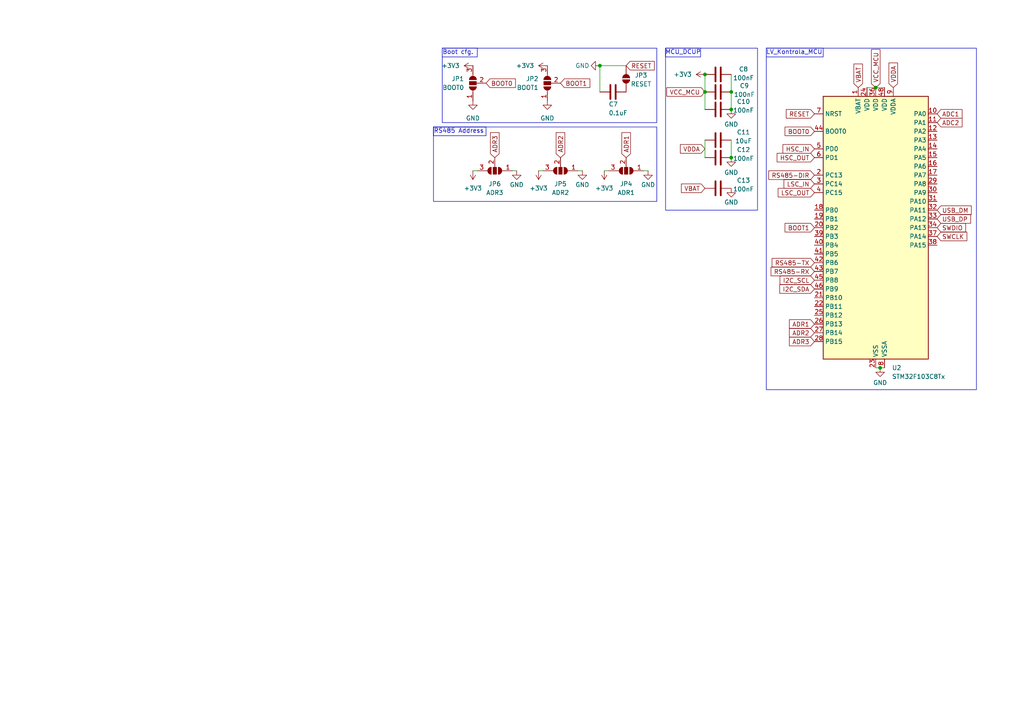
<source format=kicad_sch>
(kicad_sch (version 20250114) (generator "eeschema") (generator_version "9.0")
  (paper "A4")
  (title_block (title "LV_Regulator_Main") (rev "1.00A") (company "\"Black Horntets\" Formula Student team") (comment 1 "Authors: Dusan Novkovic; Nikola Popovic") (comment 2 "Subteam: Low Voltage Team"))
  (lib_symbols
    (symbol "Device:C" (pin_numbers (hide yes)) (pin_names (offset 0.254))
      (property "Reference" "C" (at 0.635 2.54 0))
      (property "Value" "C" (at 0.635 -2.54 0))
      (symbol "C_0_1"
        (polyline (pts (xy -2.032 0.762) (xy 2.032 0.762)) (stroke (width 0.508)))
        (polyline (pts (xy -2.032 -0.762) (xy 2.032 -0.762)) (stroke (width 0.508)))
      )
      (symbol "C_1_1"
        (pin passive line (at 0 3.81 270) (length 2.794) (name "~") (number "1"))
        (pin passive line (at 0 -3.81 90) (length 2.794) (name "~") (number "2"))
      )
    )
    (symbol "Jumper:SolderJumper_2_Open" (pin_numbers (hide yes)) (pin_names (offset 0) (hide yes)) (in_bom no)
      (property "Reference" "JP" (at 0 2.032 0))
      (property "Value" "SolderJumper_2_Open" (at 0 -2.54 0))
      (symbol "SolderJumper_2_Open_0_1"
        (polyline (pts (xy -0.254 1.016) (xy -0.254 -1.016)))
        (arc (start -0.254 -1.016) (mid -1.2656 0) (end -0.254 1.016))
        (arc (start -0.254 -1.016) (mid -1.2656 0) (end -0.254 1.016) (fill (type outline)))
        (arc (start 0.254 1.016) (mid 1.2656 0) (end 0.254 -1.016))
        (arc (start 0.254 1.016) (mid 1.2656 0) (end 0.254 -1.016) (fill (type outline)))
        (polyline (pts (xy 0.254 1.016) (xy 0.254 -1.016)))
      )
      (symbol "SolderJumper_2_Open_1_1"
        (pin passive line (at -3.81 0 0) (length 2.54) (name "A") (number "1"))
        (pin passive line (at 3.81 0 180) (length 2.54) (name "B") (number "2"))
      )
    )
    (symbol "Jumper:SolderJumper_3_Open" (pin_names (offset 0) (hide yes)) (in_bom no)
      (property "Reference" "JP" (at -2.54 -2.54 0))
      (property "Value" "SolderJumper_3_Open" (at 0 2.794 0))
      (symbol "SolderJumper_3_Open_0_1"
        (polyline (pts (xy -2.54 0) (xy -2.032 0)))
        (polyline (pts (xy -1.016 1.016) (xy -1.016 -1.016)))
        (arc (start -1.016 -1.016) (mid -2.0276 0) (end -1.016 1.016))
        (arc (start -1.016 -1.016) (mid -2.0276 0) (end -1.016 1.016) (fill (type outline)))
        (rectangle (start -0.508 1.016) (end 0.508 -1.016) (fill (type outline)))
        (polyline (pts (xy 0 -1.27) (xy 0 -1.016)))
        (arc (start 1.016 1.016) (mid 2.0276 0) (end 1.016 -1.016))
        (arc (start 1.016 1.016) (mid 2.0276 0) (end 1.016 -1.016) (fill (type outline)))
        (polyline (pts (xy 1.016 1.016) (xy 1.016 -1.016)))
        (polyline (pts (xy 2.54 0) (xy 2.032 0)))
      )
      (symbol "SolderJumper_3_Open_1_1"
        (pin passive line (at -5.08 0 0) (length 2.54) (name "A") (number "1"))
        (pin passive line (at 0 -3.81 90) (length 2.54) (name "C") (number "2"))
        (pin passive line (at 5.08 0 180) (length 2.54) (name "B") (number "3"))
      )
    )
    (symbol "MCU_ST_STM32F1:STM32F103C8Tx"
      (property "Reference" "U" (at -15.24 39.37 0))
      (property "Value" "STM32F103C8Tx" (at 7.62 39.37 0))
      (symbol "STM32F103C8Tx_0_1"
        (rectangle (start -15.24 -38.1) (end 15.24 38.1) (stroke (width 0.254)) (fill (type background)))
      )
      (symbol "STM32F103C8Tx_1_1"
        (pin input line (at -17.78 33.02 0) (length 2.54) (name "NRST") (number "7"))
        (pin input line (at -17.78 27.94 0) (length 2.54) (name "BOOT0") (number "44"))
        (pin bidirectional line (at -17.78 22.86 0) (length 2.54) (name "PD0") (number "5"))
        (pin bidirectional line (at -17.78 20.32 0) (length 2.54) (name "PD1") (number "6"))
        (pin bidirectional line (at -17.78 15.24 0) (length 2.54) (name "PC13") (number "2"))
        (pin bidirectional line (at -17.78 12.7 0) (length 2.54) (name "PC14") (number "3"))
        (pin bidirectional line (at -17.78 10.16 0) (length 2.54) (name "PC15") (number "4"))
        (pin bidirectional line (at -17.78 5.08 0) (length 2.54) (name "PB0") (number "18"))
        (pin bidirectional line (at -17.78 2.54 0) (length 2.54) (name "PB1") (number "19"))
        (pin bidirectional line (at -17.78 0 0) (length 2.54) (name "PB2") (number "20"))
        (pin bidirectional line (at -17.78 -2.54 0) (length 2.54) (name "PB3") (number "39"))
        (pin bidirectional line (at -17.78 -5.08 0) (length 2.54) (name "PB4") (number "40"))
        (pin bidirectional line (at -17.78 -7.62 0) (length 2.54) (name "PB5") (number "41"))
        (pin bidirectional line (at -17.78 -10.16 0) (length 2.54) (name "PB6") (number "42"))
        (pin bidirectional line (at -17.78 -12.7 0) (length 2.54) (name "PB7") (number "43"))
        (pin bidirectional line (at -17.78 -15.24 0) (length 2.54) (name "PB8") (number "45"))
        (pin bidirectional line (at -17.78 -17.78 0) (length 2.54) (name "PB9") (number "46"))
        (pin bidirectional line (at -17.78 -20.32 0) (length 2.54) (name "PB10") (number "21"))
        (pin bidirectional line (at -17.78 -22.86 0) (length 2.54) (name "PB11") (number "22"))
        (pin bidirectional line (at -17.78 -25.4 0) (length 2.54) (name "PB12") (number "25"))
        (pin bidirectional line (at -17.78 -27.94 0) (length 2.54) (name "PB13") (number "26"))
        (pin bidirectional line (at -17.78 -30.48 0) (length 2.54) (name "PB14") (number "27"))
        (pin bidirectional line (at -17.78 -33.02 0) (length 2.54) (name "PB15") (number "28"))
        (pin power_in line (at -5.08 40.64 270) (length 2.54) (name "VBAT") (number "1"))
        (pin power_in line (at -2.54 40.64 270) (length 2.54) (name "VDD") (number "24"))
        (pin power_in line (at 0 40.64 270) (length 2.54) (name "VDD") (number "36"))
        (pin power_in line (at 0 -40.64 90) (length 2.54) (name "VSS") (number "23"))
        (pin passive line (at 0 -40.64 90) (length 2.54) (hide yes) (name "VSS") (number "35"))
        (pin passive line (at 0 -40.64 90) (length 2.54) (hide yes) (name "VSS") (number "47"))
        (pin power_in line (at 2.54 40.64 270) (length 2.54) (name "VDD") (number "48"))
        (pin power_in line (at 2.54 -40.64 90) (length 2.54) (name "VSSA") (number "8"))
        (pin power_in line (at 5.08 40.64 270) (length 2.54) (name "VDDA") (number "9"))
        (pin bidirectional line (at 17.78 33.02 180) (length 2.54) (name "PA0") (number "10"))
        (pin bidirectional line (at 17.78 30.48 180) (length 2.54) (name "PA1") (number "11"))
        (pin bidirectional line (at 17.78 27.94 180) (length 2.54) (name "PA2") (number "12"))
        (pin bidirectional line (at 17.78 25.4 180) (length 2.54) (name "PA3") (number "13"))
        (pin bidirectional line (at 17.78 22.86 180) (length 2.54) (name "PA4") (number "14"))
        (pin bidirectional line (at 17.78 20.32 180) (length 2.54) (name "PA5") (number "15"))
        (pin bidirectional line (at 17.78 17.78 180) (length 2.54) (name "PA6") (number "16"))
        (pin bidirectional line (at 17.78 15.24 180) (length 2.54) (name "PA7") (number "17"))
        (pin bidirectional line (at 17.78 12.7 180) (length 2.54) (name "PA8") (number "29"))
        (pin bidirectional line (at 17.78 10.16 180) (length 2.54) (name "PA9") (number "30"))
        (pin bidirectional line (at 17.78 7.62 180) (length 2.54) (name "PA10") (number "31"))
        (pin bidirectional line (at 17.78 5.08 180) (length 2.54) (name "PA11") (number "32"))
        (pin bidirectional line (at 17.78 2.54 180) (length 2.54) (name "PA12") (number "33"))
        (pin bidirectional line (at 17.78 0 180) (length 2.54) (name "PA13") (number "34"))
        (pin bidirectional line (at 17.78 -2.54 180) (length 2.54) (name "PA14") (number "37"))
        (pin bidirectional line (at 17.78 -5.08 180) (length 2.54) (name "PA15") (number "38"))
      )
    )
    (symbol "power:+3V3" (power) (pin_numbers (hide yes)) (pin_names (offset 0) (hide yes))
      (property "Value" "+3V3" (at 0 3.556 0))
      (symbol "+3V3_0_1"
        (polyline (pts (xy -0.762 1.27) (xy 0 2.54)))
        (polyline (pts (xy 0 2.54) (xy 0.762 1.27)))
        (polyline (pts (xy 0 0) (xy 0 2.54)))
      )
      (symbol "+3V3_1_1"
        (pin power_in line (at 0 0 90) (length 0) (name "~") (number "1"))
      )
    )
    (symbol "power:GND" (power) (pin_numbers (hide yes)) (pin_names (offset 0) (hide yes))
      (property "Value" "GND" (at 0 -3.81 0))
      (symbol "GND_0_1"
        (polyline (pts (xy 0 0) (xy 0 -1.27) (xy 1.27 -1.27) (xy 0 -2.54) (xy -1.27 -1.27) (xy 0 -1.27)))
      )
      (symbol "GND_1_1"
        (pin power_in line (at 0 0 270) (length 0) (name "~") (number "1"))
      )
    )
  )
  (rectangle (start 125.73 36.83) (end 140.97 39.37))
  (rectangle (start 222.25 13.97) (end 283.21 113.03))
  (rectangle (start 222.25 13.97) (end 238.76 16.51))
  (rectangle (start 125.73 36.83) (end 190.5 58.42))
  (rectangle (start 128.27 13.97) (end 138.43 16.51))
  (rectangle (start 193.04 13.97) (end 203.2 16.51))
  (rectangle (start 193.04 13.97) (end 219.71 60.96))
  (rectangle (start 128.27 13.97) (end 190.5 35.56))
  (text "RS485 Address" (at 133.096 38.1 0) (effects (font (size 1.27 1.27))))
  (text "MCU_DCUP" (at 198.12 15.24 0) (effects (font (size 1.27 1.27))))
  (text "LV_Kontrola_MCU" (at 230.378 15.24 0) (effects (font (size 1.27 1.27))))
  (text "Boot cfg." (at 132.842 15.24 0) (effects (font (size 1.27 1.27))))
  (junction (at 212.09 31.75))
  (junction (at 173.99 19.05))
  (junction (at 204.47 21.59))
  (junction (at 212.09 45.72))
  (junction (at 254 25.4))
  (junction (at 255.27 106.68))
  (junction (at 212.09 26.67))
  (junction (at 204.47 26.67))
  (wire (pts (xy 156.21 49.53) (xy 157.48 49.53)))
  (wire (pts (xy 173.99 19.05) (xy 173.99 26.67)))
  (wire (pts (xy 137.16 49.53) (xy 138.43 49.53)))
  (wire (pts (xy 255.27 106.68) (xy 256.54 106.68)))
  (wire (pts (xy 187.96 49.53) (xy 186.69 49.53)))
  (wire (pts (xy 204.47 26.67) (xy 204.47 31.75)))
  (wire (pts (xy 204.47 21.59) (xy 204.47 26.67)))
  (wire (pts (xy 149.86 49.53) (xy 148.59 49.53)))
  (wire (pts (xy 175.26 49.53) (xy 176.53 49.53)))
  (wire (pts (xy 168.91 49.53) (xy 167.64 49.53)))
  (wire (pts (xy 204.47 40.64) (xy 204.47 45.72)))
  (wire (pts (xy 212.09 21.59) (xy 212.09 26.67)))
  (wire (pts (xy 173.99 19.05) (xy 181.61 19.05)))
  (wire (pts (xy 251.46 25.4) (xy 254 25.4)))
  (wire (pts (xy 254 25.4) (xy 256.54 25.4)))
  (wire (pts (xy 212.09 26.67) (xy 212.09 31.75)))
  (wire (pts (xy 212.09 40.64) (xy 212.09 45.72)))
  (wire (pts (xy 254 106.68) (xy 255.27 106.68)))
  (global_label "BOOT1" (shape input) (at 236.22 66.04 180) (property "Intersheetrefs" "${INTERSHEET_REFS}" (effects (hide yes))))
  (global_label "VDDA" (shape input) (at 204.47 43.18 180) (property "Intersheetrefs" "${INTERSHEET_REFS}" (effects (hide yes))))
  (global_label "RS485-DIR" (shape input) (at 236.22 50.8 180) (property "Intersheetrefs" "${INTERSHEET_REFS}" (effects (hide yes))))
  (global_label "ADR1" (shape input) (at 181.61 45.72 90) (property "Intersheetrefs" "${INTERSHEET_REFS}" (effects (hide yes))))
  (global_label "ADR2" (shape input) (at 236.22 96.52 180) (property "Intersheetrefs" "${INTERSHEET_REFS}" (effects (hide yes))))
  (global_label "USB_DP" (shape input) (at 271.78 63.5 0) (property "Intersheetrefs" "${INTERSHEET_REFS}" (effects (hide yes))))
  (global_label "VDDA" (shape input) (at 259.08 25.4 90) (property "Intersheetrefs" "${INTERSHEET_REFS}" (effects (hide yes))))
  (global_label "HSC_OUT" (shape input) (at 236.22 45.72 180) (property "Intersheetrefs" "${INTERSHEET_REFS}" (effects (hide yes))))
  (global_label "I2C_SDA" (shape input) (at 236.22 83.82 180) (property "Intersheetrefs" "${INTERSHEET_REFS}" (effects (hide yes))))
  (global_label "BOOT0" (shape input) (at 140.97 24.13 0) (property "Intersheetrefs" "${INTERSHEET_REFS}" (effects (hide yes))))
  (global_label "BOOT0" (shape input) (at 236.22 38.1 180) (property "Intersheetrefs" "${INTERSHEET_REFS}" (effects (hide yes))))
  (global_label "VBAT" (shape input) (at 248.92 25.4 90) (property "Intersheetrefs" "${INTERSHEET_REFS}" (effects (hide yes))))
  (global_label "VCC_MCU" (shape input) (at 204.47 26.67 180) (property "Intersheetrefs" "${INTERSHEET_REFS}" (effects (hide yes))))
  (global_label "USB_DM" (shape input) (at 271.78 60.96 0) (property "Intersheetrefs" "${INTERSHEET_REFS}" (effects (hide yes))))
  (global_label "ADR3" (shape input) (at 143.51 45.72 90) (property "Intersheetrefs" "${INTERSHEET_REFS}" (effects (hide yes))))
  (global_label "LSC_OUT" (shape input) (at 236.22 55.88 180) (property "Intersheetrefs" "${INTERSHEET_REFS}" (effects (hide yes))))
  (global_label "SWDIO" (shape input) (at 271.78 66.04 0) (property "Intersheetrefs" "${INTERSHEET_REFS}" (effects (hide yes))))
  (global_label "ADC1" (shape input) (at 271.78 33.02 0) (property "Intersheetrefs" "${INTERSHEET_REFS}" (effects (hide yes))))
  (global_label "HSC_IN" (shape input) (at 236.22 43.18 180) (property "Intersheetrefs" "${INTERSHEET_REFS}" (effects (hide yes))))
  (global_label "I2C_SCL" (shape input) (at 236.22 81.28 180) (property "Intersheetrefs" "${INTERSHEET_REFS}" (effects (hide yes))))
  (global_label "RESET" (shape input) (at 181.61 19.05 0) (property "Intersheetrefs" "${INTERSHEET_REFS}" (effects (hide yes))))
  (global_label "ADR3" (shape input) (at 236.22 99.06 180) (property "Intersheetrefs" "${INTERSHEET_REFS}" (effects (hide yes))))
  (global_label "VCC_MCU" (shape input) (at 254 25.4 90) (property "Intersheetrefs" "${INTERSHEET_REFS}" (effects (hide yes))))
  (global_label "SWCLK" (shape input) (at 271.78 68.58 0) (property "Intersheetrefs" "${INTERSHEET_REFS}" (effects (hide yes))))
  (global_label "ADC2" (shape input) (at 271.78 35.56 0) (property "Intersheetrefs" "${INTERSHEET_REFS}" (effects (hide yes))))
  (global_label "RESET" (shape input) (at 236.22 33.02 180) (property "Intersheetrefs" "${INTERSHEET_REFS}" (effects (hide yes))))
  (global_label "BOOT1" (shape input) (at 162.56 24.13 0) (property "Intersheetrefs" "${INTERSHEET_REFS}" (effects (hide yes))))
  (global_label "LSC_IN" (shape input) (at 236.22 53.34 180) (property "Intersheetrefs" "${INTERSHEET_REFS}" (effects (hide yes))))
  (global_label "VBAT" (shape input) (at 204.47 54.61 180) (property "Intersheetrefs" "${INTERSHEET_REFS}" (effects (hide yes))))
  (global_label "ADR2" (shape input) (at 162.56 45.72 90) (property "Intersheetrefs" "${INTERSHEET_REFS}" (effects (hide yes))))
  (global_label "ADR1" (shape input) (at 236.22 93.98 180) (property "Intersheetrefs" "${INTERSHEET_REFS}" (effects (hide yes))))
  (global_label "RS485-RX" (shape input) (at 236.22 78.74 180) (property "Intersheetrefs" "${INTERSHEET_REFS}" (effects (hide yes))))
  (global_label "RS485-TX" (shape input) (at 236.22 76.2 180) (property "Intersheetrefs" "${INTERSHEET_REFS}" (effects (hide yes))))
  (symbol (lib_id "Jumper:SolderJumper_3_Open") (at 158.75 24.13 90) (unit 1) (in_bom no)
    (property "Reference" "JP2" (at 156.21 22.8599 90) (effects (justify left)))
    (property "Value" "BOOT1" (at 156.21 25.3999 90) (effects (justify left)))
    (property "Description" "Solder Jumper, 3-pole, open" (effects (hide yes)))
    (instances (project "LV_Regulator" (path "" (reference "JP2") (unit 1)) (path "" (reference "JP9") (unit 1))))
  )
  (symbol (lib_id "Jumper:SolderJumper_3_Open") (at 137.16 24.13 90) (unit 1) (in_bom no)
    (property "Reference" "JP1" (at 134.62 22.8599 90) (effects (justify left)))
    (property "Value" "BOOT0" (at 134.62 25.3999 90) (effects (justify left)))
    (property "Description" "Solder Jumper, 3-pole, open" (effects (hide yes)))
    (instances (project "LV_Regulator" (path "" (reference "JP1") (unit 1)) (path "" (reference "JP7") (unit 1))))
  )
  (symbol (lib_id "power:+3V3") (at 158.75 19.05 90) (unit 1)
    (property "Reference" "#PWR021" (effects (hide yes)))
    (property "Value" "+3V3" (at 154.94 19.0499 90) (effects (justify left)))
    (property "Description" "Power symbol creates a global label with name \"+3V3\"" (effects (hide yes)))
    (instances (project "LV_Regulator" (path "" (reference "#PWR021") (unit 1)) (path "" (reference "#PWR064") (unit 1))))
  )
  (symbol (lib_id "power:GND") (at 173.99 19.05 270) (unit 1)
    (property "Reference" "#PWR019" (effects (hide yes)))
    (property "Value" "GND" (at 168.91 19.05 90))
    (property "Description" "Power symbol creates a global label with name \"GND\" , ground" (effects (hide yes)))
    (instances (project "LV_Regulator" (path "" (reference "#PWR019") (unit 1)) (path "" (reference "#PWR067") (unit 1))))
  )
  (symbol (lib_id "Device:C") (at 208.28 31.75 90) (unit 1)
    (property "Reference" "C10" (at 215.646 29.464 90))
    (property "Value" "100nF" (at 215.646 32.004 90))
    (property "Description" "Unpolarized capacitor" (effects (hide yes)))
    (instances (project "LV_Regulator" (path "" (reference "C10") (unit 1)) (path "" (reference "C23") (unit 1))))
  )
  (symbol (lib_id "Jumper:SolderJumper_3_Open") (at 181.61 49.53 180) (unit 1) (in_bom no)
    (property "Reference" "JP4" (at 181.61 53.34 0))
    (property "Value" "ADR1" (at 181.61 55.88 0))
    (property "Description" "Solder Jumper, 3-pole, open" (effects (hide yes)))
    (instances (project "LV_Regulator" (path "" (reference "JP4") (unit 1)) (path "" (reference "JP12") (unit 1))))
  )
  (symbol (lib_id "Device:C") (at 208.28 40.64 90) (unit 1)
    (property "Reference" "C11" (at 215.646 38.354 90))
    (property "Value" "10uF" (at 215.646 40.894 90))
    (property "Description" "Unpolarized capacitor" (effects (hide yes)))
    (instances (project "LV_Regulator" (path "" (reference "C11") (unit 1)) (path "" (reference "C24") (unit 1))))
  )
  (symbol (lib_id "Device:C") (at 208.28 21.59 90) (unit 1)
    (property "Reference" "C8" (at 215.646 20.066 90))
    (property "Value" "100nF" (at 215.646 22.606 90))
    (property "Description" "Unpolarized capacitor" (effects (hide yes)))
    (instances (project "LV_Regulator" (path "" (reference "C8") (unit 1)) (path "" (reference "C21") (unit 1))))
  )
  (symbol (lib_id "Device:C") (at 208.28 26.67 90) (unit 1)
    (property "Reference" "C9" (at 215.9 24.892 90))
    (property "Value" "100nF" (at 215.9 27.432 90))
    (property "Description" "Unpolarized capacitor" (effects (hide yes)))
    (instances (project "LV_Regulator" (path "" (reference "C9") (unit 1)) (path "" (reference "C22") (unit 1))))
  )
  (symbol (lib_id "power:GND") (at 168.91 49.53 0) (unit 1)
    (property "Reference" "#PWR046" (effects (hide yes)))
    (property "Value" "GND" (at 168.91 53.594 0))
    (property "Description" "Power symbol creates a global label with name \"GND\" , ground" (effects (hide yes)))
    (instances (project "LV_Regulator" (path "" (reference "#PWR046") (unit 1)) (path "" (reference "#PWR066") (unit 1))))
  )
  (symbol (lib_id "power:GND") (at 212.09 45.72 0) (unit 1)
    (property "Reference" "#PWR025" (effects (hide yes)))
    (property "Value" "GND" (at 212.09 50.038 0))
    (property "Description" "Power symbol creates a global label with name \"GND\" , ground" (effects (hide yes)))
    (instances (project "LV_Regulator" (path "" (reference "#PWR025") (unit 1)) (path "" (reference "#PWR072") (unit 1))))
  )
  (symbol (lib_id "Device:C") (at 208.28 45.72 90) (unit 1)
    (property "Reference" "C12" (at 215.646 43.434 90))
    (property "Value" "100nF" (at 215.646 45.974 90))
    (property "Description" "Unpolarized capacitor" (effects (hide yes)))
    (instances (project "LV_Regulator" (path "" (reference "C12") (unit 1)) (path "" (reference "C25") (unit 1))))
  )
  (symbol (lib_id "power:GND") (at 137.16 29.21 0) (unit 1)
    (property "Reference" "#PWR023" (effects (hide yes)))
    (property "Value" "GND" (at 137.16 34.29 0))
    (property "Description" "Power symbol creates a global label with name \"GND\" , ground" (effects (hide yes)))
    (instances (project "LV_Regulator" (path "" (reference "#PWR023") (unit 1)) (path "" (reference "#PWR060") (unit 1))))
  )
  (symbol (lib_id "power:GND") (at 187.96 49.53 0) (unit 1)
    (property "Reference" "#PWR045" (effects (hide yes)))
    (property "Value" "GND" (at 187.96 53.594 0))
    (property "Description" "Power symbol creates a global label with name \"GND\" , ground" (effects (hide yes)))
    (instances (project "LV_Regulator" (path "" (reference "#PWR045") (unit 1)) (path "" (reference "#PWR069") (unit 1))))
  )
  (symbol (lib_id "power:+3V3") (at 137.16 19.05 90) (unit 1)
    (property "Reference" "#PWR020" (effects (hide yes)))
    (property "Value" "+3V3" (at 133.35 19.0499 90) (effects (justify left)))
    (property "Description" "Power symbol creates a global label with name \"+3V3\"" (effects (hide yes)))
    (instances (project "LV_Regulator" (path "" (reference "#PWR020") (unit 1)) (path "" (reference "#PWR059") (unit 1))))
  )
  (symbol (lib_id "Jumper:SolderJumper_2_Open") (at 181.61 22.86 270) (unit 1) (in_bom no)
    (property "Reference" "JP3" (at 185.928 21.844 90))
    (property "Value" "RESET" (at 185.928 24.384 90))
    (property "Description" "Solder Jumper, 2-pole, open" (effects (hide yes)))
    (instances (project "LV_Regulator" (path "" (reference "JP3") (unit 1)) (path "" (reference "JP11") (unit 1))))
  )
  (symbol (lib_id "power:GND") (at 149.86 49.53 0) (unit 1)
    (property "Reference" "#PWR047" (effects (hide yes)))
    (property "Value" "GND" (at 149.86 53.594 0))
    (property "Description" "Power symbol creates a global label with name \"GND\" , ground" (effects (hide yes)))
    (instances (project "LV_Regulator" (path "" (reference "#PWR047") (unit 1)) (path "" (reference "#PWR062") (unit 1))))
  )
  (symbol (lib_id "power:GND") (at 255.27 106.68 0) (unit 1)
    (property "Reference" "#PWR024" (effects (hide yes)))
    (property "Value" "GND" (at 255.27 110.998 0))
    (property "Description" "Power symbol creates a global label with name \"GND\" , ground" (effects (hide yes)))
    (instances (project "LV_Regulator" (path "" (reference "#PWR024") (unit 1)) (path "" (reference "#PWR074") (unit 1))))
  )
  (symbol (lib_id "Jumper:SolderJumper_3_Open") (at 143.51 49.53 180) (unit 1) (in_bom no)
    (property "Reference" "JP6" (at 143.51 53.34 0))
    (property "Value" "ADR3" (at 143.51 55.88 0))
    (property "Description" "Solder Jumper, 3-pole, open" (effects (hide yes)))
    (instances (project "LV_Regulator" (path "" (reference "JP6") (unit 1)) (path "" (reference "JP8") (unit 1))))
  )
  (symbol (lib_id "Device:C") (at 177.8 26.67 270) (unit 1)
    (property "Reference" "C7" (at 176.53 30.226 90) (effects (justify left)))
    (property "Value" "0.1uF" (at 176.53 32.766 90) (effects (justify left)))
    (property "Description" "Unpolarized capacitor" (effects (hide yes)))
    (instances (project "LV_Regulator" (path "" (reference "C7") (unit 1)) (path "" (reference "C20") (unit 1))))
  )
  (symbol (lib_id "power:+3V3") (at 204.47 21.59 90) (unit 1)
    (property "Reference" "#PWR026" (effects (hide yes)))
    (property "Value" "+3V3" (at 200.66 21.5899 90) (effects (justify left)))
    (property "Description" "Power symbol creates a global label with name \"+3V3\"" (effects (hide yes)))
    (instances (project "LV_Regulator" (path "" (reference "#PWR026") (unit 1)) (path "" (reference "#PWR070") (unit 1))))
  )
  (symbol (lib_id "power:GND") (at 212.09 54.61 0) (unit 1)
    (property "Reference" "#PWR028" (effects (hide yes)))
    (property "Value" "GND" (at 212.09 58.674 0))
    (property "Description" "Power symbol creates a global label with name \"GND\" , ground" (effects (hide yes)))
    (instances (project "LV_Regulator" (path "" (reference "#PWR028") (unit 1)) (path "" (reference "#PWR073") (unit 1))))
  )
  (symbol (lib_id "power:+3V3") (at 175.26 49.53 180) (unit 1)
    (property "Reference" "#PWR050" (effects (hide yes)))
    (property "Value" "+3V3" (at 175.26 54.61 0))
    (property "Description" "Power symbol creates a global label with name \"+3V3\"" (effects (hide yes)))
    (instances (project "LV_Regulator" (path "" (reference "#PWR050") (unit 1)) (path "" (reference "#PWR068") (unit 1))))
  )
  (symbol (lib_id "Jumper:SolderJumper_3_Open") (at 162.56 49.53 180) (unit 1) (in_bom no)
    (property "Reference" "JP5" (at 162.56 53.34 0))
    (property "Value" "ADR2" (at 162.56 55.88 0))
    (property "Description" "Solder Jumper, 3-pole, open" (effects (hide yes)))
    (instances (project "LV_Regulator" (path "" (reference "JP5") (unit 1)) (path "" (reference "JP10") (unit 1))))
  )
  (symbol (lib_id "power:+3V3") (at 156.21 49.53 180) (unit 1)
    (property "Reference" "#PWR048" (effects (hide yes)))
    (property "Value" "+3V3" (at 156.21 54.61 0))
    (property "Description" "Power symbol creates a global label with name \"+3V3\"" (effects (hide yes)))
    (instances (project "LV_Regulator" (path "" (reference "#PWR048") (unit 1)) (path "" (reference "#PWR063") (unit 1))))
  )
  (symbol (lib_id "MCU_ST_STM32F1:STM32F103C8Tx") (at 254 66.04 0) (unit 1)
    (property "Reference" "U2" (at 258.6833 106.68 0) (effects (justify left)))
    (property "Value" "STM32F103C8Tx" (at 258.6833 109.22 0) (effects (justify left)))
    (property "Footprint" "Package_QFP:LQFP-48_7x7mm_P0.5mm" (effects (hide yes)))
    (property "Datasheet" "https://www.st.com/resource/en/datasheet/stm32f103c8.pdf" (effects (hide yes)))
    (property "Description" "STMicroelectronics Arm Cortex-M3 MCU, 64KB flash, 20KB RAM, 72 MHz, 2.0-3.6V, 37 GPIO, LQFP48" (effects (hide yes)))
    (instances (project "LV_Regulator" (path "" (reference "U2") (unit 1)) (path "" (reference "U3") (unit 1))))
  )
  (symbol (lib_id "power:+3V3") (at 137.16 49.53 180) (unit 1)
    (property "Reference" "#PWR049" (effects (hide yes)))
    (property "Value" "+3V3" (at 137.16 54.61 0))
    (property "Description" "Power symbol creates a global label with name \"+3V3\"" (effects (hide yes)))
    (instances (project "LV_Regulator" (path "" (reference "#PWR049") (unit 1)) (path "" (reference "#PWR061") (unit 1))))
  )
  (symbol (lib_id "power:GND") (at 212.09 31.75 0) (unit 1)
    (property "Reference" "#PWR027" (effects (hide yes)))
    (property "Value" "GND" (at 212.09 36.068 0))
    (property "Description" "Power symbol creates a global label with name \"GND\" , ground" (effects (hide yes)))
    (instances (project "LV_Regulator" (path "" (reference "#PWR027") (unit 1)) (path "" (reference "#PWR071") (unit 1))))
  )
  (symbol (lib_id "Device:C") (at 208.28 54.61 90) (unit 1)
    (property "Reference" "C13" (at 215.646 52.324 90))
    (property "Value" "100nF" (at 215.646 54.864 90))
    (property "Description" "Unpolarized capacitor" (effects (hide yes)))
    (instances (project "LV_Regulator" (path "" (reference "C13") (unit 1)) (path "" (reference "C26") (unit 1))))
  )
  (symbol (lib_id "power:GND") (at 158.75 29.21 0) (unit 1)
    (property "Reference" "#PWR022" (effects (hide yes)))
    (property "Value" "GND" (at 158.75 34.29 0))
    (property "Description" "Power symbol creates a global label with name \"GND\" , ground" (effects (hide yes)))
    (instances (project "LV_Regulator" (path "" (reference "#PWR022") (unit 1)) (path "" (reference "#PWR065") (unit 1))))
  )
)
</source>
